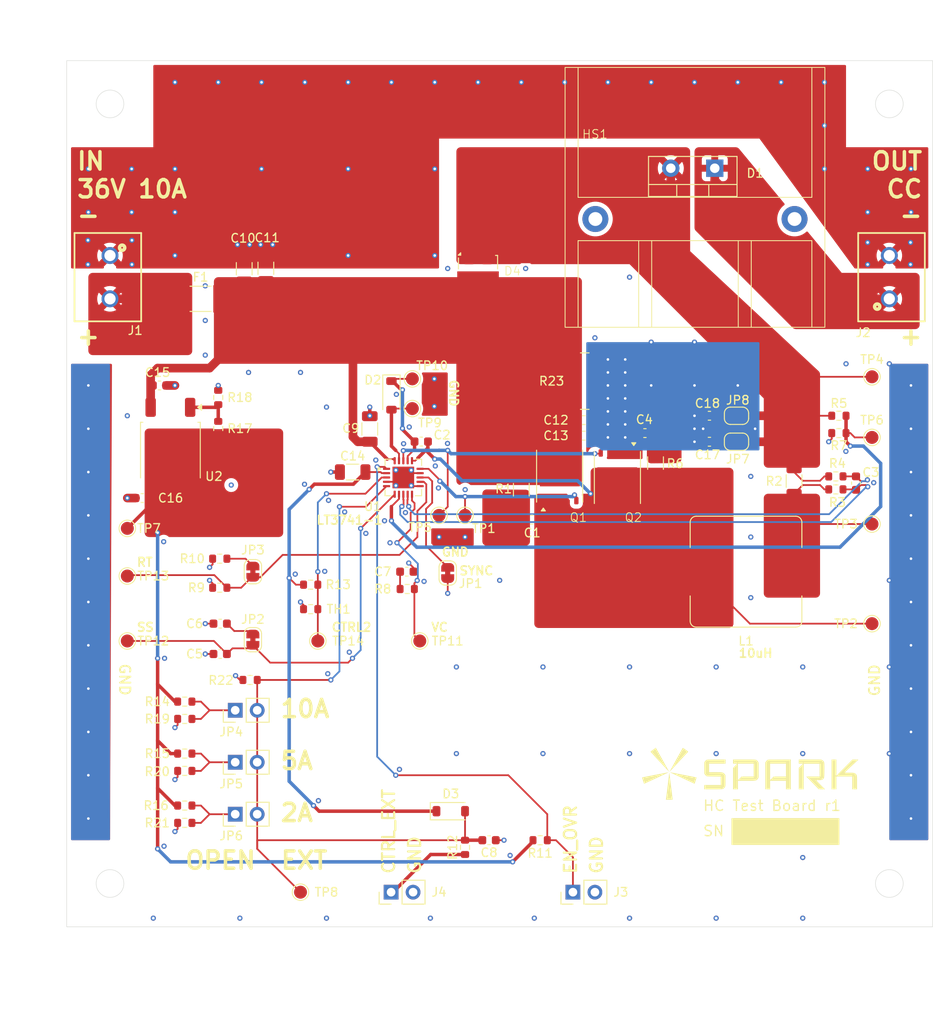
<source format=kicad_pcb>
(kicad_pcb (version 20241229) (generator "pcbnew") (generator_version "9.0")
  (layers (0 "F.Cu" signal) (4 "In1.Cu" signal) (6 "In2.Cu" signal) (2 "B.Cu" signal) (13 "F.Paste" user) (15 "B.Paste" user) (5 "F.SilkS" user "F.Silkscreen") (7 "B.SilkS" user "B.Silkscreen") (1 "F.Mask" user) (3 "B.Mask" user) (25 "Edge.Cuts" user))
  (net 0 "")
  (net 1 "GND")
  (net 2 "Net-(U1-FB)")
  (net 3 "/VREF")
  (net 4 "+36V")
  (net 5 "Net-(C1-Pad2)")
  (net 6 "Net-(U1-HG)")
  (net 7 "Net-(U1-SW)")
  (net 8 "Net-(U1-VC)")
  (net 9 "Net-(C4-Pad2)")
  (net 10 "/CTRL1")
  (net 11 "Net-(D2-A)")
  (net 12 "Net-(U1-LG)")
  (net 13 "/EN")
  (net 14 "/CTRL2")
  (net 15 "Net-(D2-K)")
  (net 16 "Net-(U2-ADJ)")
  (net 17 "+3V3")
  (net 18 "Net-(C7-Pad2)")
  (net 19 "Net-(D1-K)")
  (net 20 "Net-(D1-A)")
  (net 21 "Net-(J1-Pin_2)")
  (net 24 "/CTRL_RAW")
  (net 25 "Net-(JP4-A)")
  (net 26 "Net-(JP5-A)")
  (net 27 "Net-(JP6-A)")
  (net 28 "Net-(L1-Pad2)")
  (net 29 "Net-(JP2-A)")
  (net 30 "Net-(JP1-B)")
  (net 31 "Net-(JP2-B)")
  (net 32 "Net-(JP3-B)")
  (net 33 "Net-(JP3-A)")
  (net 34 "Net-(JP7-A)")
  (net 35 "Net-(JP8-A)")
  (net 36 "/SENSE-")
  (net 37 "/SENSE+")
  (footprint "Resistor_SMD:R_0603_1608Metric" (layer "F.Cu") (at 67.675 110.85 180)
    (property "Reference" "R9")
    (property "Value" "100k")
  )
  (footprint "TestPoint:TestPoint_Pad_D1.5mm" (layer "F.Cu") (at 77 146)
    (property "Reference" "TP8")
    (property "Value" "TestPoint" (hide yes))
  )
  (footprint "Capacitor_SMD:C_0603_1608Metric" (layer "F.Cu") (at 67.725 115)
    (property "Reference" "C6")
    (property "Value" "470p")
  )
  (footprint "Resistor_SMD:R_0603_1608Metric" (layer "F.Cu") (at 139.175 93 180)
    (property "Reference" "R7")
    (property "Value" "2.7k")
  )
  (footprint "Resistor_SMD:R_1206_3216Metric" (layer "F.Cu") (at 118 96.4625 90)
    (property "Reference" "R6")
    (property "Value" "1")
  )
  (footprint "Capacitor_SMD:C_0603_1608Metric" (layer "F.Cu") (at 103.725 103 180)
    (property "Reference" "C1")
    (property "Value" "1n")
  )
  (footprint "TestPoint:TestPoint_Pad_D1.5mm" (layer "F.Cu") (at 93 102.5)
    (property "Reference" "TP5")
    (property "Value" "TestPoint" (hide yes))
  )
  (footprint "TestPoint:TestPoint_Pad_D1.5mm" (layer "F.Cu") (at 143 86.5)
    (property "Reference" "TP4")
    (property "Value" "TestPoint" (hide yes))
  )
  (footprint "Resistor_SMD:R_0603_1608Metric" (layer "F.Cu") (at 63.635 126)
    (property "Reference" "R19")
    (property "Value" "2k")
  )
  (footprint "Capacitor_SMD:C_1206_3216Metric" (layer "F.Cu") (at 83.025 97.5)
    (property "Reference" "C14")
    (property "Value" "2.2u")
  )
  (footprint "Connector_PinHeader_2.54mm:PinHeader_1x02_P2.54mm_Vertical" (layer "F.Cu") (at 108.46 146 90)
    (property "Reference" "J3")
    (property "Value" "Conn_01x02_Pin")
  )
  (footprint "SparkAll:HS-P23D1.6" (layer "F.Cu") (at 122.555 65.786 180)
    (property "Reference" "HS1")
    (property "Value" "Heatsink_Pad_2Pin")
  )
  (footprint "Resistor_SMD:R_1225_3264Metric" (layer "F.Cu") (at 109.825 87)
    (property "Reference" "R23")
    (property "Value" "thermal")
  )
  (footprint "SparkAll:Infineon-TG-TDSON-8-NMOS" (layer "F.Cu") (at 106.95 97.3 90)
    (property "Reference" "Q1")
    (property "Value" "N-ch, Vds>=60V, low Qgs" (hide yes))
  )
  (footprint "Capacitor_SMD:C_0603_1608Metric" (layer "F.Cu") (at 60.725 87.5 180)
    (property "Reference" "C15")
    (property "Value" "0.1u")
  )
  (footprint "Capacitor_SMD:C_0603_1608Metric" (layer "F.Cu") (at 109.725 93.3 180)
    (property "Reference" "C13")
    (property "Value" "0.1u")
  )
  (footprint "Resistor_SMD:R_0603_1608Metric" (layer "F.Cu") (at 78.175 110.5)
    (property "Reference" "R13")
    (property "Value" "47k")
  )
  (footprint "Resistor_SMD:R_0603_1608Metric" (layer "F.Cu") (at 63.635 124)
    (property "Reference" "R14")
    (property "Value" "2.4k")
  )
  (footprint "Capacitor_SMD:C_1206_3216Metric" (layer "F.Cu") (at 73 73.975 -90)
    (property "Reference" "C11")
    (property "Value" "10u")
  )
  (footprint "SparkAll:Wurth_TerminalBlock_2pin_P5mm_691137710002" (layer "F.Cu") (at 55 75 -90)
    (property "Reference" "J1")
    (property "Value" "Screw_Terminal 2pin" (hide yes))
  )
  (footprint "SparkAll:Infineon-TG-TDSON-8-NMOS" (layer "F.Cu") (at 113.575 98.8 -90)
    (property "Reference" "Q2")
    (property "Value" "N-ch, Vds>=60V, low Rds" (hide yes))
  )
  (footprint "Resistor_SMD:R_0603_1608Metric" (layer "F.Cu") (at 138.825 99.5)
    (property "Reference" "R3")
    (property "Value" "10")
  )
  (footprint "Connector_PinHeader_2.54mm:PinHeader_1x02_P2.54mm_Vertical" (layer "F.Cu") (at 69.46 131 90)
    (property "Reference" "JP5")
    (property "Value" "~")
  )
  (footprint "Diode_SMD:D_SOD-123" (layer "F.Cu") (at 87.503 88.645 -90)
    (property "Reference" "D2")
    (property "Value" "100mA")
  )
  (footprint "Capacitor_SMD:C_0603_1608Metric" (layer "F.Cu") (at 89.275 109 180)
    (property "Reference" "C7")
    (property "Value" "4.7n")
  )
  (footprint "Diode_SMD:D_SOD-123" (layer "F.Cu") (at 94.35 136.65)
    (property "Reference" "D3")
    (property "Value" "D")
  )
  (footprint "Resistor_SMD:R_0603_1608Metric" (layer "F.Cu") (at 96 140.825 90)
    (property "Reference" "R12")
    (property "Value" "10k")
  )
  (footprint "Capacitor_SMD:C_0603_1608Metric" (layer "F.Cu") (at 67.725 118.5)
    (property "Reference" "C5")
    (property "Value" "1n")
  )
  (footprint "TestPoint:TestPoint_Pad_D1.5mm" (layer "F.Cu") (at 143 93.5)
    (property "Reference" "TP6")
    (property "Value" "TestPoint" (hide yes))
  )
  (footprint "TestPoint:TestPoint_Pad_D1.5mm" (layer "F.Cu") (at 143 103.5)
    (property "Reference" "TP3")
    (property "Value" "TestPoint" (hide yes))
  )
  (footprint "Resistor_SMD:R_0603_1608Metric" (layer "F.Cu") (at 78.175 113.325 180)
    (property "Reference" "TH1")
    (property "Value" "Thermistor_NTC")
  )
  (footprint "Connector_PinHeader_2.54mm:PinHeader_1x02_P2.54mm_Vertical" (layer "F.Cu") (at 87.46 146 90)
    (property "Reference" "J4")
    (property "Value" "Conn_01x02_Pin")
  )
  (footprint "Capacitor_SMD:C_0603_1608Metric" (layer "F.Cu") (at 124.225 91)
    (property "Reference" "C18")
    (property "Value" "10n")
  )
  (footprint "Capacitor_SMD:C_1206_3216Metric" (layer "F.Cu") (at 70.5 74.025 -90)
    (property "Reference" "C10")
    (property "Value" "10u")
  )
  (footprint "TestPoint:TestPoint_Pad_D1.5mm" (layer "F.Cu") (at 96 102.5)
    (property "Reference" "TP1")
    (property "Value" "TestPoint" (hide yes))
  )
  (footprint "Capacitor_SMD:C_0603_1608Metric" (layer "F.Cu") (at 116.775 93)
    (property "Reference" "C4")
    (property "Value" "1n")
  )
  (footprint "Resistor_SMD:R_0603_1608Metric" (layer "F.Cu") (at 138.825 98)
    (property "Reference" "R4")
    (property "Value" "10")
  )
  (footprint "Jumper:SolderJumper-2_P1.3mm_Bridged_RoundedPad1.0x1.5mm" (layer "F.Cu") (at 71.5 116.85 -90)
    (property "Reference" "JP2")
    (property "Value" "Jumper_2_Small_Bridged")
  )
  (footprint "Resistor_SMD:R_0603_1608Metric" (layer "F.Cu") (at 67.675 107.5 180)
    (property "Reference" "R10")
    (property "Value" "120k")
  )
  (footprint "Resistor_SMD:R_0603_1608Metric" (layer "F.Cu") (at 139.175 91)
    (property "Reference" "R5")
    (property "Value" "62k")
  )
  (footprint "Jumper:SolderJumper-2_P1.3mm_Bridged_RoundedPad1.0x1.5mm" (layer "F.Cu") (at 127.35 94)
    (property "Reference" "JP7")
    (property "Value" "Jumper_2_Small_Bridged")
  )
  (footprint "Fuse:Fuse_Littelfuse-NANO2-451_453" (layer "F.Cu") (at 65.455 77.5)
    (property "Reference" "F1")
    (property "Value" "10A")
  )
  (footprint "Capacitor_SMD:C_0603_1608Metric" (layer "F.Cu") (at 124.225 94)
    (property "Reference" "C17")
    (property "Value" "10n")
  )
  (footprint "LOGO" (layer "F.Cu") (at 128.9435 132.324)
    (property "Reference" "G***" (hide yes))
    (property "Value" "LOGO" (hide yes))
  )
  (footprint "Resistor_SMD:R_0603_1608Metric" (layer "F.Cu") (at 67.5 92.475 90)
    (property "Reference" "R17")
    (property "Value" "240")
  )
  (footprint "TestPoint:TestPoint_Pad_D1.5mm" (layer "F.Cu") (at 89.916 90.17)
    (property "Reference" "TP9")
    (property "Value" "TestPoint")
  )
  (footprint "TestPoint:TestPoint_Pad_D1.5mm" (layer "F.Cu") (at 89.916 86.741)
    (property "Reference" "TP10")
    (property "Value" "TestPoint")
  )
  (footprint "TestPoint:TestPoint_Pad_D1.5mm" (layer "F.Cu") (at 57 104)
    (property "Reference" "TP7")
    (property "Value" "TestPoint" (hide yes))
  )
  (footprint "Resistor_SMD:R_0603_1608Metric" (layer "F.Cu") (at 63.635 138)
    (property "Reference" "R21")
    (property "Value" "1.1k")
  )
  (footprint "Connector_PinHeader_2.54mm:PinHeader_1x02_P2.54mm_Vertical" (layer "F.Cu") (at 69.46 125 90)
    (property "Reference" "JP4")
    (property "Value" "~")
  )
  (footprint "TestPoint:TestPoint_Pad_D1.5mm" (layer "F.Cu") (at 57 109.5)
    (property "Reference" "TP13")
    (property "Value" "TestPoint")
  )
  (footprint "TestPoint:TestPoint_Pad_D1.5mm" (layer "F.Cu") (at 143 115)
    (property "Reference" "TP2")
    (property "Value" "TestPoint" (hide yes))
  )
  (footprint "Package_DFN_QFN:QFN-20-1EP_4x4mm_P0.5mm_EP2.5x2.5mm" (layer "F.Cu") (at 88.875 98.125)
    (property "Reference" "U1")
    (property "Value" "LT3741-1")
  )
  (footprint "Connector_PinHeader_2.54mm:PinHeader_1x02_P2.54mm_Vertical" (layer "F.Cu") (at 69.46 137 90)
    (property "Reference" "JP6")
    (property "Value" "~")
  )
  (footprint "TestPoint:TestPoint_Pad_D1.5mm" (layer "F.Cu") (at 90.775 117)
    (property "Reference" "TP11")
    (property "Value" "TestPoint")
  )
  (footprint "Jumper:SolderJumper-2_P1.3mm_Bridged_RoundedPad1.0x1.5mm" (layer "F.Cu") (at 127.35 91)
    (property "Reference" "JP8")
    (property "Value" "Jumper_2_Small_Bridged")
  )
  (footprint "Package_TO_SOT_SMD:TO-252-2" (layer "F.Cu") (at 61.975 95.065 -90)
    (property "Reference" "U2")
    (property "Value" "LM317_DPAK")
  )
  (footprint "Capacitor_SMD:C_0603_1608Metric" (layer "F.Cu") (at 141.15 98.775 -90)
    (property "Reference" "C3")
    (property "Value" "22n")
  )
  (footprint "Capacitor_SMD:C_0603_1608Metric" (layer "F.Cu") (at 58.725 100.5)
    (property "Reference" "C16")
    (property "Value" "0.1u")
  )
  (footprint "Capacitor_SMD:C_0603_1608Metric" (layer "F.Cu") (at 90.945 93.98 180)
    (property "Reference" "C2")
    (property "Value" "0.1u")
  )
  (footprint "Resistor_SMD:R_0603_1608Metric" (layer "F.Cu") (at 104.675 140)
    (property "Reference" "R11")
    (property "Value" "100k")
  )
  (footprint "Resistor_SMD:R_1206_3216Metric" (layer "F.Cu") (at 102.5 99.5375 -90)
    (property "Reference" "R1")
    (property "Value" "1")
  )
  (footprint "Resistor_SMD:R_0603_1608Metric" (layer "F.Cu") (at 63.635 136)
    (property "Reference" "R16")
    (property "Value" "11k")
  )
  (footprint "SparkAll:Wurth_TerminalBlock_2pin_P5mm_691137710002" (layer "F.Cu") (at 145 75 90)
    (property "Reference" "J2")
    (property "Value" "Screw_Terminal 2pin" (hide yes))
  )
  (footprint "Resistor_SMD:R_1206_3216Metric" (layer "F.Cu") (at 134 98.5375 90)
    (property "Reference" "R2")
    (property "Value" "5m")
  )
  (footprint "Jumper:SolderJumper-2_P1.3mm_Bridged_RoundedPad1.0x1.5mm" (layer "F.Cu") (at 71.5 109 -90)
    (property "Reference" "JP3")
    (property "Value" "Jumper_2_Small_Bridged")
  )
  (footprint "Resistor_SMD:R_0603_1608Metric" (layer "F.Cu") (at 71.175 121.5 180)
    (property "Reference" "R22")
    (property "Value" "1M")
  )
  (footprint "Capacitor_SMD:C_0603_1608Metric" (layer "F.Cu") (at 98.775 140 180)
    (property "Reference" "C8")
    (property "Value" "10n")
  )
  (footprint "Resistor_SMD:R_0603_1608Metric" (layer "F.Cu") (at 63.635 132)
    (property "Reference" "R20")
    (property "Value" "1.5k")
  )
  (footprint "Resistor_SMD:R_0603_1608Metric" (layer "F.Cu") (at 89.325 111 180)
    (property "Reference" "R8")
    (property "Value" "33k")
  )
  (footprint "TestPoint:TestPoint_Pad_D1.5mm" (layer "F.Cu") (at 57 117)
    (property "Reference" "TP12")
    (property "Value" "TestPoint")
  )
  (footprint "SparkAll:TO-227A-2P" (layer "F.Cu") (at 97.5 73.15)
    (property "Reference" "D4")
    (property "Value" "Ipeak>10A")
  )
  (footprint "Package_TO_SOT_THT:TO-220-2_Vertical" (layer "F.Cu") (at 124.841 62.423 180)
    (property "Reference" "D1")
    (property "Value" "120V 10A")
  )
  (footprint "Resistor_SMD:R_0603_1608Metric" (layer "F.Cu") (at 67.5 88.89 90)
    (property "Reference" "R18")
    (property "Value" "390")
  )
  (footprint "Resistor_SMD:R_0603_1608Metric" (layer "F.Cu") (at 63.635 130)
    (property "Reference" "R15")
    (property "Value" "5.1k")
  )
  (footprint "Jumper:SolderJumper-2_P1.3mm_Bridged_RoundedPad1.0x1.5mm" (layer "F.Cu") (at 94 109.15 90)
    (property "Reference" "JP1")
    (property "Value" "Jumper_2_Small_Bridged")
  )
  (footprint "Capacitor_SMD:C_0603_1608Metric" (layer "F.Cu") (at 109.725 91.5 180)
    (property "Reference" "C12")
    (property "Value" "0.1u")
  )
  (footprint "Capacitor_SMD:C_1206_3216Metric" (layer "F.Cu") (at 85 92.525 -90)
    (property "Reference" "C9")
    (property "Value" "1u")
  )
  (footprint "Inductor_SMD:L_Bourns_SRP1245A" (layer "F.Cu") (at 128.45 109)
    (property "Reference" "L1")
    (property "Value" "10u")
  )
  (footprint "TestPoint:TestPoint_Pad_D1.5mm" (layer "F.Cu") (at 79 117)
    (property "Reference" "TP14")
    (property "Value" "TestPoint")
  )
  (gr_rect (start 126.8175 137.5) (end 139.1825 140.5) (stroke (width 0.1)) (fill yes) (layer "F.SilkS"))
  (gr_circle (center 145 145) (end 146.6 145) (stroke (width 0.05)) (fill no) (layer "Edge.Cuts"))
  (gr_circle (center 55 145) (end 56.6 145) (stroke (width 0.05)) (fill no) (layer "Edge.Cuts"))
  (gr_circle (center 55 55) (end 56.6 55) (stroke (width 0.05)) (fill no) (layer "Edge.Cuts"))
  (gr_circle (center 145 55) (end 146.6 55) (stroke (width 0.05)) (fill no) (layer "Edge.Cuts"))
  (gr_rect (start 50 50) (end 150 150) (stroke (width 0.05)) (fill no) (layer "Edge.Cuts"))
  (gr_text "GND" (at 144 123.5 90) (layer "F.SilkS") (effects (font (size 1.2 1.2) (thickness 0.2)) (justify left bottom)))
  (gr_text "GND" (at 56 119.5 270) (layer "F.SilkS") (effects (font (size 1.2 1.2) (thickness 0.2)) (justify left bottom)))
  (gr_text "GND" (at 93.218 107.315 0) (layer "F.SilkS") (effects (font (size 1 1) (thickness 0.2)) (justify left bottom)))
  (gr_text "+" (at 149 83 0) (layer "F.SilkS") (effects (font (size 2 2) (thickness 0.4) (bold yes)) (justify right bottom)))
  (gr_text "SS" (at 58 116 0) (layer "F.SilkS") (effects (font (size 1 1) (thickness 0.2) (bold yes)) (justify left bottom)))
  (gr_text "CTRL2" (at 80.5 116 0) (layer "F.SilkS") (effects (font (size 1 1) (thickness 0.2) (bold yes)) (justify left bottom)))
  (gr_text "OUT\nCC" (at 149 66 0) (layer "F.SilkS") (effects (font (size 2 2) (thickness 0.4) (bold yes)) (justify right bottom)))
  (gr_text "10A" (at 74.5 126 0) (layer "F.SilkS") (effects (font (size 2 2) (thickness 0.4) (bold yes)) (justify left bottom)))
  (gr_text "HC Test Board r1" (at 123.4115 136.714 0) (layer "F.SilkS") (effects (font (size 1.2 1.2)) (justify left bottom)))
  (gr_text "GND" (at 91 144 90) (layer "F.SilkS") (effects (font (size 1.4 1.4) (thickness 0.25)) (justify left bottom)))
  (gr_text "RT" (at 58 108.5 0) (layer "F.SilkS") (effects (font (size 1 1) (thickness 0.2) (bold yes)) (justify left bottom)))
  (gr_text "10uH" (at 127.5 119 0) (layer "F.SilkS") (effects (font (size 1 1) (thickness 0.2) (bold yes)) (justify left bottom)))
  (gr_text "OPEN  EXT" (at 63.5 143.5 0) (layer "F.SilkS") (effects (font (size 2 2) (thickness 0.4) (bold yes)) (justify left bottom)))
  (gr_text "CTRL_EXT" (at 88 144 90) (layer "F.SilkS") (effects (font (size 1.4 1.4) (thickness 0.25)) (justify left bottom)))
  (gr_text "VC" (at 92 116 0) (layer "F.SilkS") (effects (font (size 1 1) (thickness 0.2) (bold yes)) (justify left bottom)))
  (gr_text "LT3741-1" (at 78.74 103.632 0) (layer "F.SilkS") (effects (font (size 1 1) (thickness 0.2) (bold yes)) (justify left bottom)))
  (gr_text "SN" (at 123.4115 139.635 0) (layer "F.SilkS") (effects (font (size 1.2 1.2)) (justify left bottom)))
  (gr_text "5A" (at 74.5 132 0) (layer "F.SilkS") (effects (font (size 2 2) (thickness 0.4) (bold yes)) (justify left bottom)))
  (gr_text "IN\n36V 10A" (at 51 66 0) (layer "F.SilkS") (effects (font (size 2 2) (thickness 0.4) (bold yes)) (justify left bottom)))
  (gr_text "EN_OVR" (at 109 144 90) (layer "F.SilkS") (effects (font (size 1.4 1.4) (thickness 0.25)) (justify left bottom)))
  (gr_text "-" (at 149 69 0) (layer "F.SilkS") (effects (font (size 2 2) (thickness 0.4) (bold yes)) (justify right bottom)))
  (gr_text "-" (at 51 69 0) (layer "F.SilkS") (effects (font (size 2 2) (thickness 0.4) (bold yes)) (justify left bottom)))
  (gr_text "GND" (at 112 144 90) (layer "F.SilkS") (effects (font (size 1.4 1.4) (thickness 0.25)) (justify left bottom)))
  (gr_text "GND" (at 94.107 86.741 270) (layer "F.SilkS") (effects (font (size 1 1) (thickness 0.2)) (justify left bottom)))
  (gr_text "SYNC" (at 95.25 109.474 0) (layer "F.SilkS") (effects (font (size 1 1) (thickness 0.2) (bold yes)) (justify left bottom)))
  (gr_text "+" (at 51 83 0) (layer "F.SilkS") (effects (font (size 2 2) (thickness 0.4) (bold yes)) (justify left bottom)))
  (gr_text "2A" (at 74.5 138 0) (layer "F.SilkS") (effects (font (size 2 2) (thickness 0.4) (bold yes)) (justify left bottom)))
  (segment (start 66.95 115) (end 66 115) (width 0.2) (layer "F.Cu") (net 1))
  (segment (start 57.95 100.5) (end 57 100.5) (width 1) (layer "F.Cu") (net 1))
  (segment (start 85 91) (end 85 90) (width 0.4) (layer "F.Cu") (net 1))
  (segment (start 70.35 121.5) (end 70 121.5) (width 0.2) (layer "F.Cu") (net 1))
  (segment (start 66.85 110.85) (end 66.85 110.35) (width 0.2) (layer "F.Cu") (net 1))
  (segment (start 94 109.8) (end 94 111.5) (width 0.2) (layer "F.Cu") (net 1))
  (segment (start 138.35 93) (end 138.35 93.65) (width 0.2) (layer "F.Cu") (net 1))
  (segment (start 81.55 97.5) (end 80.5 97.5) (width 0.4) (layer "F.Cu") (net 1))
  (segment (start 85 91.05) (end 85 91) (width 0.4) (layer "F.Cu") (net 1))
  (segment (start 66.5 108.5) (end 66.85 108.15) (width 0.2) (layer "F.Cu") (net 1))
  (segment (start 66.85 108.15) (end 66.85 107.85) (width 0.2) (layer "F.Cu") (net 1))
  (segment (start 62.81 126) (end 62.81 126.69) (width 0.2) (layer "F.Cu") (net 1))
  (segment (start 89.375 97.625) (end 90.8125 97.625) (width 0.2) (layer "F.Cu") (net 1))
  (segment (start 62.81 126.69) (end 62.5 127) (width 0.2) (layer "F.Cu") (net 1))
  (segment (start 77.35 112.85) (end 77 112.5) (width 0.2) (layer "F.Cu") (net 1))
  (segment (start 66.85 110.35) (end 66.5 110) (width 0.2) (layer "F.Cu") (net 1))
  (segment (start 90.05 108.55) (end 89.5 108) (width 0.2) (layer "F.Cu") (net 1))
  (segment (start 89.875 99.125) (end 90.8125 99.125) (width 0.2) (layer "F.Cu") (net 1))
  (segment (start 88.875 98.125) (end 89.375 97.625) (width 0.2) (layer "F.Cu") (net 1))
  (segment (start 67.5 88.065) (end 67.5 87.5) (width 0.4) (layer "F.Cu") (net 1))
  (segment (start 99.55 140) (end 100.5 140) (width 0.2) (layer "F.Cu") (net 1))
  (segment (start 90.05 109) (end 90.05 108.55) (width 0.2) (layer "F.Cu") (net 1))
  (segment (start 88.375 98.625) (end 86.9375 98.625) (width 0.2) (layer "F.Cu") (net 1))
  (segment (start 70 121.5) (end 69.5 121) (width 0.2) (layer "F.Cu") (net 1))
  (segment (start 62.81 138.69) (end 62.5 139) (width 0.2) (layer "F.Cu") (net 1))
  (segment (start 62.81 138) (end 63 138) (width 0.2) (layer "F.Cu") (net 1))
  (segment (start 138.35 93.65) (end 138 94) (width 0.2) (layer "F.Cu") (net 1))
  (segment (start 62.81 138) (end 62.81 138.69) (width 0.2) (layer "F.Cu") (net 1))
  (segment (start 66.95 118.5) (end 66 118.5) (width 0.2) (layer "F.Cu") (net 1))
  (segment (start 62.81 132.69) (end 62.5 133) (width 0.2) (layer "F.Cu") (net 1))
  (segment (start 62.81 132) (end 62.81 132.69) (width 0.2) (layer "F.Cu") (net 1))
  (segment (start 88.875 98.125) (end 88.375 98.625) (width 0.2) (layer "F.Cu") (net 1))
  (segment (start 61.5 87.5) (end 62.5 87.5) (width 1) (layer "F.Cu") (net 1))
  (segment (start 77.35 113.325) (end 77.35 112.85) (width 0.2) (layer "F.Cu") (net 1))
  (segment (start 88.875 98.125) (end 89.875 99.125) (width 0.2) (layer "F.Cu") (net 1))
  (via (at 145 85) (size 0.6) (drill 0.3) (layers "F.Cu" "B.Cu") (net 1))
  (via (at 95 130) (size 0.6) (drill 0.3) (layers "F.Cu" "B.Cu") (net 1))
  (via (at 112.5 87.5) (size 0.6) (drill 0.3) (layers "F.Cu" "B.Cu") (net 1))
  (via (at 62.5 62.5) (size 0.6) (drill 0.3) (layers "F.Cu" "B.Cu") (net 1))
  (via (at 77.5 52.5) (size 0.6) (drill 0.3) (layers "F.Cu" "B.Cu") (net 1))
  (via (at 127.5 52.5) (size 0.6) (drill 0.3) (layers "F.Cu" "B.Cu") (net 1))
  (via (at 80.149752 120.780743) (size 0.6) (drill 0.3) (layers "F.Cu" "B.Cu") (net 1))
  (via (at 57.5 62.5) (size 0.6) (drill 0.3) (layers "F.Cu" "B.Cu") (net 1))
  (via (at 135 149) (size 0.6) (drill 0.3) (layers "F.Cu" "B.Cu") (net 1))
  (via (at 79.067399 135.43603) (size 0.6) (drill 0.3) (layers "F.Cu" "B.Cu") (net 1))
  (via (at 104 149) (size 0.6) (drill 0.3) (layers "F.Cu" "B.Cu") (net 1))
  (via (at 135 130) (size 0.6) (drill 0.3) (layers "F.Cu" "B.Cu") (net 1))
  (via (at 92.456 89.916) (size 0.6) (drill 0.3) (layers "F.Cu" "B.Cu") (net 1))
  (via (at 66.5 110) (size 0.6) (drill 0.3) (layers "F.Cu" "B.Cu") (net 1))
  (via (at 82.5 72.5) (size 0.6) (drill 0.3) (layers "F.Cu" "B.Cu") (net 1))
  (via (at 61.2 105.537) (size 0.6) (drill 0.3) (layers "F.Cu" "B.Cu") (net 1))
  (via (at 77 86) (size 0.6) (drill 0.3) (layers "F.Cu" "B.Cu") (net 1))
  (via (at 89.5 108) (size 0.6) (drill 0.3) (layers "F.Cu" "B.Cu") (net 1))
  (via (at 122.5 91) (size 0.6) (drill 0.3) (layers "F.Cu" "B.Cu") (net 1))
  (via (at 112.5 89) (size 0.6) (drill 0.3) (layers "F.Cu" "B.Cu") (net 1))
  (via (at 101.204212 141.756687) (size 0.6) (drill 0.3) (layers "F.Cu" "B.Cu") (net 1))
  (via (at 93.97901 94.196273) (size 0.6) (drill 0.3) (layers "F.Cu" "B.Cu") (net 1))
  (via (at 76.392 109.284238) (size 0.6) (drill 0.3) (layers "F.Cu" "B.Cu") (net 1))
  (via (at 115 75) (size 0.6) (drill 0.3) (layers "F.Cu" "B.Cu") (net 1))
  (via (at 103 74) (size 0.6) (drill 0.3) (layers "F.Cu" "B.Cu") (net 1))
  (via (at 92.5 72.5) (size 0.6) (drill 0.3) (layers "F.Cu" "B.Cu") (net 1))
  (via (at 129.5 92.5) (size 0.6) (drill 0.3) (layers "F.Cu" "B.Cu") (net 1))
  (via (at 129 105) (size 0.6) (drill 0.3) (layers "F.Cu" "B.Cu") (net 1))
  (via (at 66 115) (size 0.6) (drill 0.3) (layers "F.Cu" "B.Cu") (net 1))
  (via (at 112.5 90.5) (size 0.6) (drill 0.3) (layers "F.Cu" "B.Cu") (net 1))
  (via (at 147.5 62.5) (size 0.6) (drill 0.3) (layers "F.Cu" "B.Cu") (net 1))
  (via (at 145 110) (size 0.6) (drill 0.3) (layers "F.Cu" "B.Cu") (net 1))
  (via (at 139.983742 95.111132) (size 0.6) (drill 0.3) (layers "F.Cu" "B.Cu") (net 1))
  (via (at 72.5 52.5) (size 0.6) (drill 0.3) (layers "F.Cu" "B.Cu") (net 1))
  (via (at 57.531 73.533) (size 0.6) (drill 0.3) (layers "F.Cu" "B.Cu") (net 1))
  (via (at 66 118.5) (size 0.6) (drill 0.3) (layers "F.Cu" "B.Cu") (net 1))
  (via (at 107.5 52.5) (size 0.6) (drill 0.3) (layers "F.Cu" "B.Cu") (net 1))
  (via (at 135 142) (size 0.6) (drill 0.3) (layers "F.Cu" "B.Cu") (net 1))
  (via (at 112.5 93.5) (size 0.6) (drill 0.3) (layers "F.Cu" "B.Cu") (net 1))
  (via (at 100 110) (size 0.6) (drill 0.3) (layers "F.Cu" "B.Cu") (net 1))
  (via (at 96 105) (size 0.6) (drill 0.3) (layers "F.Cu" "B.Cu") (net 1))
  (via (at 147.5 132.5) (size 0.6) (drill 0.3) (layers "F.Cu" "B.Cu") (net 1))
  (via (at 114.5 93.5) (size 0.6) (drill 0.3) (layers "F.Cu" "B.Cu") (net 1))
  (via (at 115 149) (size 0.6) (drill 0.3) (layers "F.Cu" "B.Cu") (net 1))
  (via (at 52.5 117.5) (size 0.6) (drill 0.3) (layers "F.Cu" "B.Cu") (net 1))
  (via (at 147.5 107.5) (size 0.6) (drill 0.3) (layers "F.Cu" "B.Cu") (net 1))
  (via (at 89.789 99.06) (size 0.6) (drill 0.3) (layers "F.Cu" "B.Cu") (net 1))
  (via (at 147.5 127.5) (size 0.6) (drill 0.3) (layers "F.Cu" "B.Cu") (net 1))
  (via (at 57 91) (size 0.6) (drill 0.3) (layers "F.Cu" "B.Cu") (net 1))
  (via (at 92.565818 96.797288) (size 0.6) (drill 0.3) (layers "F.Cu" "B.Cu") (net 1))
  (via (at 92 149) (size 0.6) (drill 0.3) (layers "F.Cu" "B.Cu") (net 1))
  (via (at 117.5 87.5) (size 0.6) (drill 0.3) (layers "F.Cu" "B.Cu") (net 1))
  (via (at 72.39 71.247) (size 0.6) (drill 0.3) (layers "F.Cu" "B.Cu") (net 1))
  (via (at 94 74) (size 0.6) (drill 0.3) (layers "F.Cu" "B.Cu") (net 1))
  (via (at 125 120) (size 0.6) (drill 0.3) (layers "F.Cu" "B.Cu") (net 1))
  (via (at 52.5 67.5) (size 0.6) (drill 0.3) (layers "F.Cu" "B.Cu") (net 1))
  (via (at 52.5 132.5) (size 0.6) (drill 0.3) (layers "F.Cu" "B.Cu") (net 1))
  (via (at 52.5 97.5) (size 0.6) (drill 0.3) (layers "F.Cu" "B.Cu") (net 1))
  (via (at 132.5 52.5) (size 0.6) (drill 0.3) (layers "F.Cu" "B.Cu") (net 1))
  (via (at 142.5 62.5) (size 0.6) (drill 0.3) (layers "F.Cu" "B.Cu") (net 1))
  (via (at 52.451 73.533) (size 0.6) (drill 0.3) (layers "F.Cu" "B.Cu") (net 1))
  (via (at 62.5 72.5) (size 0.6) (drill 0.3) (layers "F.Cu" "B.Cu") (net 1))
  (via (at 147.5 112.5) (size 0.6) (drill 0.3) (layers "F.Cu" "B.Cu") (net 1))
  (via (at 80.236834 100.764143) (size 0.6) (drill 0.3) (layers "F.Cu" "B.Cu") (net 1))
  (via (at 97.5 52.5) (size 0.6) (drill 0.3) (layers "F.Cu" "B.Cu") (net 1))
  (via (at 52.5 87.5) (size 0.6) (drill 0.3) (layers "F.Cu" "B.Cu") (net 1))
  (via (at 77 112.5) (size 0.6) (drill 0.3) (layers "F.Cu" "B.Cu") (net 1))
  (via (at 84.547 104.578687) (size 0.6) (drill 0.3) (layers "F.Cu" "B.Cu") (net 1))
  (via (at 147.5 92.5) (size 0.6) (drill 0.3) (layers "F.Cu" "B.Cu") (net 1))
  (via (at 114.5 84.5) (size 0.6) (drill 0.3) (layers "F.Cu" "B.Cu") (net 1))
  (via (at 52.5 127.5) (size 0.6) (drill 0.3) (layers "F.Cu" "B.Cu") (net 1))
  (via (at 114.5 86) (size 0.6) (drill 0.3) (layers "F.Cu" "B.Cu") (net 1))
  (via (at 122.5 92.5) (size 0.6) (drill 0.3) (layers "F.Cu" "B.Cu") (net 1))
  (via (at 96.015115 99.530141) (size 0.6) (drill 0.3) (layers "F.Cu" "B.Cu") (net 1))
  (via (at 140 85) (size 0.6) (drill 0.3) (layers "F.Cu" "B.Cu") (net 1))
  (via (at 105 130) (size 0.6) (drill 0.3) (layers "F.Cu" "B.Cu") (net 1))
  (via (at 112.5 86) (size 0.6) (drill 0.3) (layers "F.Cu" "B.Cu") (net 1))
  (via (at 52.5 92.5) (size 0.6) (drill 0.3) (layers "F.Cu" "B.Cu") (net 1))
  (via (at 62.5 133) (size 0.6) (drill 0.3) (layers "F.Cu" "B.Cu") (net 1))
  (via (at 82.5 62.5) (size 0.6) (drill 0.3) (layers "F.Cu" "B.Cu") (net 1))
  (via (at 57.531 70.739) (size 0.6) (drill 0.3) (layers "F.Cu" "B.Cu") (net 1))
  (via (at 147.5 122.5) (size 0.6) (drill 0.3) (layers "F.Cu" "B.Cu") (net 1))
  (via (at 52.5 112.5) (size 0.6) (drill 0.3) (layers "F.Cu" "B.Cu") (net 1))
  (via (at 125 149) (size 0.6) (drill 0.3) (layers "F.Cu" "B.Cu") (net 1))
  (via (at 142.5 67.5) (size 0.6) (drill 0.3) (layers "F.Cu" "B.Cu") (net 1))
  (via (at 57 100.5) (size 0.6) (drill 0.3) (layers "F.Cu" "B.Cu") (net 1))
  (via (at 115 120) (size 0.6) (drill 0.3) (layers "F.Cu" "B.Cu") (net 1))
  (via (at 129 98) (size 0.6) (drill 0.3) (layers "F.Cu" "B.Cu") (net 1))
  (via (at 69.5 121) (size 0.6) (drill 0.3) (layers "F.Cu" "B.Cu") (net 1))
  (via (at 93 105) (size 0.6) (drill 0.3) (layers "F.Cu" "B.Cu") (net 1))
  (via (at 70 149) (size 0.6) (drill 0.3) (layers "F.Cu" "B.Cu") (net 1))
  (via (at 147.5 67.5) (size 0.6) (drill 0.3) (layers "F.Cu" "B.Cu") (net 1))
  (via (at 77.464534 98.905626) (size 0.6) (drill 0.3) (layers "F.Cu" "B.Cu") (net 1))
  (via (at 147.5 97.5) (size 0.6) (drill 0.3) (layers "F.Cu" "B.Cu") (net 1))
  (via (at 66 76) (size 0.6) (drill 0.3) (layers "F.Cu" "B.Cu") (net 1))
  (via (at 115 130) (size 0.6) (drill 0.3) (layers "F.Cu" "B.Cu") (net 1))
  (via (at 87.5 52.5) (size 0.6) (drill 0.3) (layers "F.Cu" "B.Cu") (net 1))
  (via (at 66 80) (size 0.6) (drill 0.3) (layers "F.Cu" "B.Cu") (net 1))
  (via (at 80.5 97.5) (size 0.6) (drill 0.3) (layers "F.Cu" "B.Cu") (net 1))
  (via (at 82.5 52.5) (size 0.6) (drill 0.3) (layers "F.Cu" "B.Cu") (net 1))
  (via (at 61.237817 140.69076) (size 0.6) (drill 0.3) (layers "F.Cu" "B.Cu") (net 1))
  (via (at 85.694869 96.115581) (size 0.6) (drill 0.3) (layers "F.Cu" "B.Cu") (net 1))
  (via (at 52.5 107.5) (size 0.6) (drill 0.3) (layers "F.Cu" "B.Cu") (net 1))
  (via (at 92.929 99.335428) (size 0.6) (drill 0.3) (layers "F.Cu" "B.Cu") (net 1))
  (via (at 125 130) (size 0.6) (drill 0.3) (layers "F.Cu" "B.Cu") (net 1))
  (via (at 89.557467 92.299107) (size 0.6) (drill 0.3) (layers "F.Cu" "B.Cu") (net 1))
  (via (at 66.5 108.5) (size 0.6) (drill 0.3) (layers "F.Cu" "B.Cu") (net 1))
  (via (at 117.5 52.5) (size 0.6) (drill 0.3) (layers "F.Cu" "B.Cu") (net 1))
  (via (at 102.5 52.5) (size 0.6) (drill 0.3) (layers "F.Cu" "B.Cu") (net 1))
  (via (at 89.119 102.176449) (size 0.6) (drill 0.3) (layers "F.Cu" "B.Cu") (net 1))
  (via (at 137.5 57.5) (size 0.6) (drill 0.3) (layers "F.Cu" "B.Cu") (net 1))
  (via (at 147.447 70.993) (size 0.6) (drill 0.3) (layers "F.Cu" "B.Cu") (net 1))
  (via (at 67.5 52.5) (size 0.6) (drill 0.3) (layers "F.Cu" "B.Cu") (net 1))
  (via (at 85 91) (size 0.6) (drill 0.3) (layers "F.Cu" "B.Cu") (net 1))
  (via (at 69 99) (size 0.6) (drill 0.3) (layers "F.Cu" "B.Cu") (net 1))
  (via (at 67.5 87.5) (size 0.6) (drill 0.3) (layers "F.Cu" "B.Cu") (net 1))
  (via (at 61.300002 118.998857) (size 0.6) (drill 0.3) (layers "F.Cu" "B.Cu") (net 1))
  (via (at 114.5 90.5) (size 0.6) (drill 0.3) (layers "F.Cu" "B.Cu") (net 1))
  (via (at 60 149) (size 0.6) (drill 0.3) (layers "F.Cu" "B.Cu") (net 1))
  (via (at 52.5 62.5) (size 0.6) (drill 0.3) (layers "F.Cu" "B.Cu") (net 1))
  (via (at 127.5 87.5) (size 0.6) (drill 0.3) (layers "F.Cu" "B.Cu") (net 1))
  (via (at 52.451 70.739) (size 0.6) (drill 0.3) (layers "F.Cu" "B.Cu") (net 1))
  (via (at 79.798836 108.95682) (size 0.6) (drill 0.3) (layers "F.Cu" "B.Cu") (net 1))
  (via (at 138 94) (size 0.6) (drill 0.3) (layers "F.Cu" "B.Cu") (net 1))
  (via (at 91.267447 110.120015) (size 0.6) (drill 0.3) (layers "F.Cu" "B.Cu") (net 1))
  (via (at 111 82) (size 0.6) (drill 0.3) (layers "F.Cu" "B.Cu") (net 1))
  (via (at 122.5 82.5) (size 0.6) (drill 0.3) (layers "F.Cu" "B.Cu") (net 1))
  (via (at 145 130) (size 0.6) (drill 0.3) (layers "F.Cu" "B.Cu") (net 1))
  (via (at 88.905033 94.227034) (size 0.6) (drill 0.3) (layers "F.Cu" "B.Cu") (net 1))
  (via (at 145 120) (size 0.6) (drill 0.3) (layers "F.Cu" "B.Cu") (net 1))
  (via (at 88.011 99.06) (size 0.6) (drill 0.3) (layers "F.Cu" "B.Cu") (net 1))
  (via (at 142.494 73.533) (size 0.6) (drill 0.3) (layers "F.Cu" "B.Cu") (net 1))
  (via (at 147.5 102.5) (size 0.6) (drill 0.3) (layers "F.Cu" "B.Cu") (net 1))
  (via (at 95 120) (size 0.6) (drill 0.3) (layers "F.Cu" "B.Cu") (net 1))
  (via (at 86.702997 103.124) (size 0.6) (drill 0.3) (layers "F.Cu" "B.Cu") (net 1))
  (via (at 135 120) (size 0.6) (drill 0.3) (layers "F.Cu" "B.Cu") (net 1))
  (via (at 122.5 52.5) (size 0.6) (drill 0.3) (layers "F.Cu" "B.Cu") (net 1))
  (via (at 147.5 137.5) (size 0.6) (drill 0.3) (layers "F.Cu" "B.Cu") (net 1))
  (via (at 137.5 62.5) (size 0.6) (drill 0.3) (layers "F.Cu" "B.Cu") (net 1))
  (via (at 147.5 117.5) (size 0.6) (drill 0.3) (layers "F.Cu" "B.Cu") (net 1))
  (via (at 52.5 102.5) (size 0.6) (drill 0.3) (layers "F.Cu" "B.Cu") (net 1))
  (via (at 114.5 87.5) (size 0.6) (drill 0.3) (layers "F.Cu" "B.Cu") (net 1))
  (via (at 142.494 70.993) (size 0.6) (drill 0.3) (layers "F.Cu" "B.Cu") (net 1))
  (via (at 71 86) (size 0.6) (drill 0.3) (layers "F.Cu" "B.Cu") (net 1))
  (via (at 69.723 71.247) (size 0.6) (drill 0.3) (layers "F.Cu" "B.Cu") (net 1))
  (via (at 85 90) (size 0.6) (drill 0.3) (layers "F.Cu" "B.Cu") (net 1))
  (via (at 62.5 139) (size 0.6) (drill 0.3) (layers "F.Cu" "B.Cu") (net 1))
  (via (at 92.5 62.5) (size 0.6) (drill 0.3) (layers "F.Cu" "B.Cu") (net 1))
  (via (at 114.5 92) (size 0.6) (drill 0.3) (layers "F.Cu" "B.Cu") (net 1))
  (via (at 129 112) (size 0.6) (drill 0.3) (layers "F.Cu" "B.Cu") (net 1))
  (via (at 100.5 140) (size 0.6) (drill 0.3) (layers "F.Cu" "B.Cu") (net 1))
  (via (at 73.787 71.247) (size 0.6) (drill 0.3) (layers "F.Cu" "B.Cu") (net 1))
  (via (at 122.5 87.5) (size 0.6) (drill 0.3) (layers "F.Cu" "B.Cu") (net 1))
  (via (at 71.12 71.247) (size 0.6) (drill 0.3) (layers "F.Cu" "B.Cu") (net 1))
  (via (at 80 90) (size 0.6) (drill 0.3) (layers "F.Cu" "B.Cu") (net 1))
  (via (at 123.5 92.5) (size 0.6) (drill 0.3) (layers "F.Cu" "B.Cu") (net 1))
  (via (at 62.5 127) (size 0.6) (drill 0.3) (layers "F.Cu" "B.Cu") (net 1))
  (via (at 147.5 87.5) (size 0.6) (drill 0.3) (layers "F.Cu" "B.Cu") (net 1))
  (via (at 122.5 94) (size 0.6) (drill 0.3) (layers "F.Cu" "B.Cu") (net 1))
  (via (at 112.5 52.5) (size 0.6) (drill 0.3) (layers "F.Cu" "B.Cu") (net 1))
  (via (at 94 111.5) (size 0.6) (drill 0.3) (layers "F.Cu" "B.Cu") (net 1))
  (via (at 114.5 89) (size 0.6) (drill 0.3) (layers "F.Cu" "B.Cu") (net 1))
  (via (at 52.5 137.5) (size 0.6) (drill 0.3) (layers "F.Cu" "B.Cu") (net 1))
  (via (at 88.011 97.282) (size 0.6) (drill 0.3) (layers "F.Cu" "B.Cu") (net 1))
  (via (at 117.5 82.5) (size 0.6) (drill 0.3) (layers "F.Cu" "B.Cu") (net 1))
  (via (at 87.337997 105.664) (size 0.6) (drill 0.3) (layers "F.Cu" "B.Cu") (net 1))
  (via (at 143.197406 98.726767) (size 0.6) (drill 0.3) (layers "F.Cu" "B.Cu") (net 1))
  (via (at 147.447 73.533) (size 0.6) (drill 0.3) (layers "F.Cu" "B.Cu") (net 1))
  (via (at 80 149) (size 0.6) (drill 0.3) (layers "F.Cu" "B.Cu") (net 1))
  (via (at 62.5 67.5) (size 0.6) (drill 0.3) (layers "F.Cu" "B.Cu") (net 1))
  (via (at 88.073 88.529381) (size 0.6) (drill 0.3) (layers "F.Cu" "B.Cu") (net 1))
  (via (at 89.789 97.282) (size 0.6) (drill 0.3) (layers "F.Cu" "B.Cu") (net 1))
  (via (at 92.5 52.5) (size 0.6) (drill 0.3) (layers "F.Cu" "B.Cu") (net 1))
  (via (at 105 120) (size 0.6) (drill 0.3) (layers "F.Cu" "B.Cu") (net 1))
  (via (at 62.5 52.5) (size 0.6) (drill 0.3) (layers "F.Cu" "B.Cu") (net 1))
  (via (at 72.5 62.5) (size 0.6) (drill 0.3) (layers "F.Cu" "B.Cu") (net 1))
  (via (at 66 84) (size 0.6) (drill 0.3) (layers "F.Cu" "B.Cu") (net 1))
  (via (at 137.5 52.5) (size 0.6) (drill 0.3) (layers "F.Cu" "B.Cu") (net 1))
  (via (at 57.5 67.5) (size 0.6) (drill 0.3) (layers "F.Cu" "B.Cu") (net 1))
  (via (at 52.5 122.5) (size 0.6) (drill 0.3) (layers "F.Cu" "B.Cu") (net 1))
  (via (at 82.634794 118.288222) (size 0.6) (drill 0.3) (layers "F.Cu" "B.Cu") (net 1))
  (via (at 62.5 87.5) (size 0.6) (drill 0.3) (layers "F.Cu" "B.Cu") (net 1))
  (via (at 88.426893 131.823416) (size 0.6) (drill 0.3) (layers "F.Cu" "B.Cu") (net 1))
  (via (at 92.456 86.741) (size 0.6) (drill 0.3) (layers "F.Cu" "B.Cu") (net 1))
  (via (at 112.5 84.5) (size 0.6) (drill 0.3) (layers "F.Cu" "B.Cu") (net 1))
  (via (at 82.1 102.105715) (size 0.6) (drill 0.3) (layers "F.Cu" "B.Cu") (net 1))
  (via (at 112.5 92) (size 0.6) (drill 0.3) (layers "F.Cu" "B.Cu") (net 1))
  (segment (start 141 93.5) (end 143 93.5) (width 0.2) (layer "F.Cu") (net 2))
  (segment (start 87.497943 101.478057) (end 88.375 100.601) (width 0.2) (layer "F.Cu") (net 2))
  (segment (start 87.497943 103.118943) (end 87.497943 101.478057) (width 0.4) (layer "F.Cu") (net 2))
  (segment (start 140 93) (end 140.5 93) (width 0.2) (layer "F.Cu") (net 2))
  (segment (start 140 93) (end 140 94) (width 0.4) (layer "F.Cu") (net 2))
  (segment (start 140 91.5) (end 140 93) (width 0.4) (layer "F.Cu") (net 2))
  (segment (start 87.503 103.124) (end 87.497943 103.118943) (width 0.2) (layer "F.Cu") (net 2))
  (segment (start 88.375 100.601) (end 88.375 100.0625) (width 0.2) (layer "F.Cu") (net 2))
  (segment (start 140 94) (end 140.5 94.5) (width 0.4) (layer "F.Cu") (net 2))
  (segment (start 140.5 93) (end 141 93.5) (width 0.2) (layer "F.Cu") (net 2))
  (via (at 140.5 94.5) (size 0.6) (drill 0.3) (layers "F.Cu" "B.Cu") (net 2))
  (via (at 87.503 103.124) (size 0.6) (drill 0.3) (layers "F.Cu" "B.Cu") (net 2))
  (segment (start 144 101.473) (end 144 96.5) (width 0.4) (layer "B.Cu") (net 2))
  (segment (start 90.424 106.172) (end 139.301 106.172) (width 0.4) (layer "B.Cu") (net 2))
  (segment (start 87.503 103.251) (end 90.424 106.172) (width 0.4) (layer "B.Cu") (net 2))
  (segment (start 139.301 106.172) (end 144 101.473) (width 0.4) (layer "B.Cu") (net 2))
  (segment (start 142 94.5) (end 140.5 94.5) (width 0.4) (layer "B.Cu") (net 2))
  (segment (start 87.503 103.124) (end 87.503 103.251) (width 0.2) (layer "B.Cu") (net 2))
  (segment (start 144 96.5) (end 142 94.5) (width 0.4) (layer "B.Cu") (net 2))
  (segment (start 84.5 97.5) (end 83.101 98.899) (width 0.4) (layer "F.Cu") (net 3))
  (segment (start 92.7 136.65) (end 79.15 136.65) (width 0.4) (layer "F.Cu") (net 3))
  (segment (start 75.692 109.728) (end 76.464 110.5) (width 0.2) (layer "F.Cu") (net 3))
  (segment (start 76.464 110.5) (end 77.35 110.5) (width 0.2) (layer "F.Cu") (net 3))
  (segment (start 79.15 136.65) (end 78.5 136) (width 0.4) (layer "F.Cu") (net 3))
  (segment (start 86.9375 97.625) (end 86.375 97.625) (width 0.2) (layer "F.Cu") (net 3))
  (segment (start 83.101 98.899) (end 78.601 98.899) (width 0.4) (layer "F.Cu") (net 3))
  (segment (start 86.375 97.625) (end 86.25 97.5) (width 0.2) (layer "F.Cu") (net 3))
  (segment (start 86.25 97.5) (end 84.5 97.5) (width 0.2) (layer "F.Cu") (net 3))
  (segment (start 78.601 98.899) (end 78 99.5) (width 0.4) (layer "F.Cu") (net 3))
  (via (at 78.5 136) (size 0.6) (drill 0.3) (layers "F.Cu" "B.Cu") (net 3))
  (via (at 75.692 109.728) (size 0.6) (drill 0.3) (layers "F.Cu" "B.Cu") (net 3))
  (via (at 78 99.5) (size 0.6) (drill 0.3) (layers "F.Cu" "B.Cu") (net 3))
  (segment (start 75.692 109.728) (end 75.692 101.808) (width 0.4) (layer "B.Cu") (net 3))
  (segment (start 75.692 101.808) (end 77.51692 99.98308) (width 0.4) (layer "B.Cu") (net 3))
  (segment (start 77.93125 99.572444) (end 77.93125 99.56875) (width 0.4) (layer "B.Cu") (net 3))
  (segment (start 75.692 109.728) (end 75.692 133.192) (width 0.4) (layer "B.Cu") (net 3))
  (segment (start 75.692 133.192) (end 78.5 136) (width 0.4) (layer "B.Cu") (net 3))
  (segment (start 77.520614 99.98308) (end 77.93125 99.572444) (width 0.4) (layer "B.Cu") (net 3))
  (segment (start 77.93125 99.56875) (end 78 99.5) (width 0.4) (layer "B.Cu") (net 3))
  (segment (start 77.51692 99.98308) (end 77.520614 99.98308) (width 0.4) (layer "B.Cu") (net 3))
  (segment (start 87 96) (end 85 94) (width 0.4) (layer "F.Cu") (net 4))
  (segment (start 85 94) (end 83.616 94) (width 1) (layer "F.Cu") (net 4))
  (segment (start 67.91 77.5) (end 81 77.5) (width 1) (layer "F.Cu") (net 4))
  (segment (start 60.5 85.5) (end 66.5 85.5) (width 1) (layer "F.Cu") (net 4))
  (segment (start 83.616 94) (end 83.058 93.442) (width 1) (layer "F.Cu") (net 4))
  (segment (start 59.695 86.305) (end 60.5 85.5) (width 1) (layer "F.Cu") (net 4))
  (segment (start 87.875 96.1875) (end 87.6875 96) (width 0.2) (layer "F.Cu") (net 4))
  (segment (start 83.058 93.442) (end 83.058 79.558) (width 1) (layer "F.Cu") (net 4))
  (segment (start 59.695 90.025) (end 59.695 86.305) (width 1) (layer "F.Cu") (net 4))
  (segment (start 68 84) (end 67.91 83.91) (width 1) (layer "F.Cu") (net 4))
  (segment (start 87.6875 96) (end 87 96) (width 0.2) (layer "F.Cu") (net 4))
  (segment (start 81 77.5) (end 103 77.5) (width 1) (layer "F.Cu") (net 4))
  (segment (start 106.95 81.45) (end 106.95 97.275) (width 1) (layer "F.Cu") (net 4))
  (segment (start 66.5 85.5) (end 68 84) (width 1) (layer "F.Cu") (net 4))
  (segment (start 83.058 79.558) (end 81 77.5) (width 1) (layer "F.Cu") (net 4))
  (segment (start 67.91 83.91) (end 67.91 77.5) (width 1) (layer "F.Cu") (net 4))
  (segment (start 103 77.5) (end 106.95 81.45) (width 1) (layer "F.Cu") (net 4))
  (segment (start 102.45 101.05) (end 102.5 101) (width 1) (layer "F.Cu") (net 5))
  (segment (start 102.45 103) (end 102.45 101.05) (width 1) (layer "F.Cu") (net 5))
  (segment (start 93.091 98.425) (end 91.791 97.125) (width 0.2) (layer "F.Cu") (net 6))
  (segment (start 96 102.5) (end 96 100.33) (width 0.2) (layer "F.Cu") (net 6))
  (segment (start 91.791 97.125) (end 90.8125 97.125) (width 0.2) (layer "F.Cu") (net 6))
  (segment (start 108.644 100.144) (end 108.855 100.355) (width 0.2) (layer "F.Cu") (net 6))
  (segment (start 93.091 98.552) (end 93.091 98.425) (width 0.2) (layer "F.Cu") (net 6))
  (segment (start 108.855 100.355) (end 108.855 100.8) (width 0.2) (layer "F.Cu") (net 6))
  (via (at 96 100.33) (size 0.6) (drill 0.3) (layers "F.Cu" "B.Cu") (net 6))
  (via (at 93.091 98.552) (size 0.6) (drill 0.3) (layers "F.Cu" "B.Cu") (net 6))
  (via (at 108.644 100.144) (size 0.6) (drill 0.3) (layers "F.Cu" "B.Cu") (net 6))
  (segment (start 96 100.33) (end 94.933 100.33) (width 0.4) (layer "B.Cu") (net 6))
  (segment (start 96 100.33) (end 108.458 100.33) (width 0.4) (layer "B.Cu") (net 6))
  (segment (start 108.458 100.33) (end 108.644 100.144) (width 0.4) (layer "B.Cu") (net 6))
  (segment (start 94.933 100.33) (end 93.155 98.552) (width 0.4) (layer "B.Cu") (net 6))
  (segment (start 93.155 98.552) (end 93.091 98.552) (width 0.4) (layer "B.Cu") (net 6))
  (segment (start 91.707 95.207) (end 92.5 96) (width 0.4) (layer "F.Cu") (net 7))
  (segment (start 113.575 104.925) (end 113.575 98.825) (width 1) (layer "F.Cu") (net 7))
  (segment (start 91.707 93.993) (end 91.707 95.207) (width 0.4) (layer "F.Cu") (net 7))
  (segment (start 89.875 96.1875) (end 90.2485 96.1875) (width 0.2) (layer "F.Cu") (net 7))
  (segment (start 128.9 115) (end 122.9 109) (width 0.2) (layer "F.Cu") (net 7))
  (segment (start 91.72 93.98) (end 91.707 93.993) (width 0.2) (layer "F.Cu") (net 7))
  (segment (start 117.5 109) (end 113.5 105) (width 1) (layer "F.Cu") (net 7))
  (segment (start 91.72 94.716) (end 91.72 93.98) (width 0.2) (layer "F.Cu") (net 7))
  (segment (start 90.551 95.885) (end 91.72 94.716) (width 0.4) (layer "F.Cu") (net 7))
  (segment (start 112.4 100) (end 113.575 98.825) (width 0.2) (layer "F.Cu") (net 7))
  (segment (start 107.5 105) (end 113.5 105) (width 1) (layer "F.Cu") (net 7))
  (segment (start 106.315 103.815) (end 107.5 105) (width 1) (layer "F.Cu") (net 7))
  (segment (start 122.9 109) (end 117.5 109) (width 1) (layer "F.Cu") (net 7))
  (segment (start 110.5 100) (end 112.4 100) (width 0.2) (layer "F.Cu") (net 7))
  (segment (start 90.2485 96.1875) (end 90.551 95.885) (width 0.2) (layer "F.Cu") (net 7))
  (segment (start 113.5 105) (end 113.575 104.925) (width 1) (layer "F.Cu") (net 7))
  (segment (start 143 115) (end 128.9 115) (width 0.2) (layer "F.Cu") (net 7))
  (segment (start 106.315 100.8) (end 106.315 103.815) (width 1) (layer "F.Cu") (net 7))
  (via (at 110.5 100) (size 0.6) (drill 0.3) (layers "F.Cu" "B.Cu") (net 7))
  (via (at 92.5 96) (size 0.6) (drill 0.3) (layers "F.Cu" "B.Cu") (net 7))
  (segment (start 95.650057 98.5) (end 109 98.5) (width 0.4) (layer "B.Cu") (net 7))
  (segment (start 93.150057 96) (end 95.650057 98.5) (width 0.4) (layer "B.Cu") (net 7))
  (segment (start 92.5 96) (end 93.150057 96) (width 0.4) (layer "B.Cu") (net 7))
  (segment (start 109 98.5) (end 110.5 100) (width 0.4) (layer "B.Cu") (net 7))
  (segment (start 90.17 101.092) (end 90.17 101.7629) (width 0.2) (layer "F.Cu") (net 8))
  (segment (start 90.17 101.7629) (end 89.72 102.2129) (width 0.2) (layer "F.Cu") (net 8))
  (segment (start 90.474661 110.012797) (end 90.15 110.337458) (width 0.2) (layer "F.Cu") (net 8))
  (segment (start 89.875 100.797) (end 90.17 101.092) (width 0.2) (layer "F.Cu") (net 8))
  (segment (start 90.15 110.337458) (end 90.15 111) (width 0.2) (layer "F.Cu") (net 8))
  (segment (start 89.875 100.0625) (end 89.875 100.797) (width 0.2) (layer "F.Cu") (net 8))
  (segment (start 89.72 104.082) (end 88.138 105.664) (width 0.2) (layer "F.Cu") (net 8))
  (segment (start 89.72 102.2129) (end 89.72 104.082) (width 0.2) (layer "F.Cu") (net 8))
  (segment (start 90.15 116.375) (end 90.775 117) (width 0.2) (layer "F.Cu") (net 8))
  (segment (start 90.15 111) (end 90.15 116.375) (width 0.2) (layer "F.Cu") (net 8))
  (via (at 88.138 105.664) (size 0.6) (drill 0.3) (layers "F.Cu" "B.Cu") (net 8))
  (via (at 90.474661 110.012797) (size 0.6) (drill 0.3) (layers "F.Cu" "B.Cu") (net 8))
  (segment (start 90.551 108.077) (end 88.138 105.664) (width 0.2) (layer "B.Cu") (net 8))
  (segment (start 90.474661 110.012797) (end 90.474661 109.973069) (width 0.2) (layer "B.Cu") (net 8))
  (segment (start 90.474661 109.973069) (end 90.551 109.89673) (width 0.2) (layer "B.Cu") (net 8))
  (segment (start 90.551 109.89673) (end 90.551 108.077) (width 0.2) (layer "B.Cu") (net 8))
  (segment (start 117.55 93) (end 117.55 94.55) (width 1) (layer "F.Cu") (net 9))
  (segment (start 117.55 94.55) (end 118 95) (width 1) (layer "F.Cu") (net 9))
  (segment (start 72 121.5) (end 72 125) (width 0.2) (layer "F.Cu") (net 10))
  (segment (start 84.5625 101.5) (end 81.5 101.5) (width 0.2) (layer "F.Cu") (net 10))
  (segment (start 72 137) (end 72 141) (width 0.2) (layer "F.Cu") (net 10))
  (segment (start 72 141) (end 77 146) (width 0.2) (layer "F.Cu") (net 10))
  (segment (start 72 140) (end 72 141) (width 0.2) (layer "F.Cu") (net 10))
  (segment (start 96 140) (end 98 140) (width 0.4) (layer "F.Cu") (net 10))
  (segment (start 96 140) (end 96 136.65) (width 0.2) (layer "F.Cu") (net 10))
  (segment (start 80.5 121.5) (end 72 121.5) (width 0.2) (layer "F.Cu") (net 10))
  (segment (start 86.9375 99.125) (end 84.5625 101.5) (width 0.2) (layer "F.Cu") (net 10))
  (segment (start 72 131) (end 72 137) (width 0.2) (layer "F.Cu") (net 10))
  (segment (start 96 140) (end 72 140) (width 0.2) (layer "F.Cu") (net 10))
  (segment (start 72 125) (end 72 131) (width 0.2) (layer "F.Cu") (net 10))
  (via (at 81.5 101.5) (size 0.6) (drill 0.3) (layers "F.Cu" "B.Cu") (net 10))
  (via (at 80.5 121.5) (size 0.6) (drill 0.3) (layers "F.Cu" "B.Cu") (net 10))
  (segment (start 81.5 120.5) (end 80.5 121.5) (width 0.2) (layer "B.Cu") (net 10))
  (segment (start 81.5 101.5) (end 81.5 120.5) (width 0.2) (layer "B.Cu") (net 10))
  (segment (start 87.503 94.503) (end 87.503 90.295) (width 0.4) (layer "F.Cu") (net 11))
  (segment (start 87.628 90.17) (end 87.503 90.295) (width 0.2) (layer "F.Cu") (net 11))
  (segment (start 88 95) (end 87.503 94.503) (width 0.4) (layer "F.Cu") (net 11))
  (segment (start 88.375 95.375) (end 88 95) (width 0.2) (layer "F.Cu") (net 11))
  (segment (start 89.916 90.17) (end 87.628 90.17) (width 0.2) (layer "F.Cu") (net 11))
  (segment (start 88.375 96.1875) (end 88.375 95.375) (width 0.2) (layer "F.Cu") (net 11))
  (segment (start 94 101.5) (end 93 102.5) (width 0.2) (layer "F.Cu") (net 12))
  (segment (start 111.67 95.33) (end 111.67 95.3) (width 0.2) (layer "F.Cu") (net 12))
  (segment (start 88.875 95.026473) (end 88.875 96.1875) (width 0.2) (layer "F.Cu") (net 12))
  (segment (start 94 94.996) (end 94 101.5) (width 0.2) (layer "F.Cu") (net 12))
  (segment (start 111.623 95.377) (end 111.67 95.33) (width 0.2) (layer "F.Cu") (net 12))
  (segment (start 111 95.377) (end 111.623 95.377) (width 0.2) (layer "F.Cu") (net 12))
  (via (at 94 94.996) (size 0.6) (drill 0.3) (layers "F.Cu" "B.Cu") (net 12))
  (via (at 111 95.377) (size 0.6) (drill 0.3) (layers "F.Cu" "B.Cu") (net 12))
  (via (at 88.875 95.026473) (size 0.6) (drill 0.3) (layers "F.Cu" "B.Cu") (net 12))
  (segment (start 94.381 95.377) (end 94 94.996) (width 0.4) (layer "B.Cu") (net 12))
  (segment (start 111 95.377) (end 94.381 95.377) (width 0.4) (layer "B.Cu") (net 12))
  (segment (start 94 94.996) (end 93.004 94.996) (width 0.4) (layer "B.Cu") (net 12))
  (segment (start 93 95) (end 88.901473 95) (width 0.4) (layer "B.Cu") (net 12))
  (segment (start 93.004 94.996) (end 93 95) (width 0.4) (layer "B.Cu") (net 12))
  (segment (start 88.875 95.026473) (end 88.901473 95) (width 0.2) (layer "B.Cu") (net 12))
  (segment (start 86.7125 96.9) (end 86.9375 97.125) (width 0.2) (layer "F.Cu") (net 13))
  (segment (start 85.852 96.9) (end 86.7125 96.9) (width 0.2) (layer "F.Cu") (net 13))
  (segment (start 108.46 141.96) (end 106.5 140) (width 0.2) (layer "F.Cu") (net 13))
  (segment (start 105.5 137) (end 105.5 140) (width 0.2) (layer "F.Cu") (net 13))
  (segment (start 88 132.5) (end 101 132.5) (width 0.2) (layer "F.Cu") (net 13))
  (segment (start 106.5 140) (end 105.5 140) (width 0.2) (layer "F.Cu") (net 13))
  (segment (start 101 132.5) (end 105.5 137) (width 0.2) (layer "F.Cu") (net 13))
  (segment (start 108.46 142.04) (end 108.46 141.96) (width 0.2) (layer "F.Cu") (net 13))
  (segment (start 108.46 142.04) (end 108.46 146) (width 0.2) (layer "F.Cu") (net 13))
  (via (at 88 132.5) (size 0.6) (drill 0.3) (layers "F.Cu" "B.Cu") (net 13))
  (via (at 85.852 96.9) (size 0.6) (drill 0.3) (layers "F.Cu" "B.Cu") (net 13))
  (segment (start 85.852 96.9) (end 85.852 130.352) (width 0.2) (layer "B.Cu") (net 13))
  (segment (start 85.852 130.352) (end 88 132.5) (width 0.2) (layer "B.Cu") (net 13))
  (segment (start 79 113.325) (end 79 117) (width 0.2) (layer "F.Cu") (net 14))
  (segment (start 79 110.5) (end 79 113.325) (width 0.2) (layer "F.Cu") (net 14))
  (segment (start 79 109) (end 79 110.5) (width 0.2) (layer "F.Cu") (net 14))
  (segment (start 80 100) (end 84.5 100) (width 0.2) (layer "F.Cu") (net 14))
  (segment (start 86.375 98.125) (end 86.9375 98.125) (width 0.2) (layer "F.Cu") (net 14))
  (segment (start 84.5 100) (end 86.375 98.125) (width 0.2) (layer "F.Cu") (net 14))
  (via (at 80 100) (size 0.6) (drill 0.3) (layers "F.Cu" "B.Cu") (net 14))
  (via (at 79 109) (size 0.6) (drill 0.3) (layers "F.Cu" "B.Cu") (net 14))
  (segment (start 79 101) (end 79 109) (width 0.2) (layer "B.Cu") (net 14))
  (segment (start 80 100) (end 79 101) (width 0.2) (layer "B.Cu") (net 14))
  (segment (start 89.916 86.741) (end 87.757 86.741) (width 0.2) (layer "F.Cu") (net 15))
  (segment (start 88.519 87.884) (end 87.63 86.995) (width 0.4) (layer "F.Cu") (net 15))
  (segment (start 90.17 94.869) (end 89.375 95.664) (width 0.2) (layer "F.Cu") (net 15))
  (segment (start 87.63 86.995) (end 87.503 86.995) (width 0.4) (layer "F.Cu") (net 15))
  (segment (start 87.757 86.741) (end 87.503 86.995) (width 0.2) (layer "F.Cu") (net 15))
  (segment (start 90.17 93.98) (end 90.17 94.869) (width 0.4) (layer "F.Cu") (net 15))
  (segment (start 88.773 92.583) (end 88.773 92.456) (width 0.2) (layer "F.Cu") (net 15))
  (segment (start 89.375 95.664) (end 89.375 96.1875) (width 0.2) (layer "F.Cu") (net 15))
  (segment (start 90.17 93.98) (end 88.773 92.583) (width 0.4) (layer "F.Cu") (net 15))
  (segment (start 88.773 88.011) (end 88.519 88.011) (width 0.2) (layer "F.Cu") (net 15))
  (via (at 88.773 92.456) (size 0.6) (drill 0.3) (layers "F.Cu" "B.Cu") (net 15))
  (via (at 88.773 88.011) (size 0.6) (drill 0.3) (layers "F.Cu" "B.Cu") (net 15))
  (segment (start 88.773 92.456) (end 88.773 88.011) (width 0.4) (layer "B.Cu") (net 15))
  (segment (start 64.255 90.025) (end 67.19 90.025) (width 0.4) (layer "F.Cu") (net 16))
  (segment (start 67.19 90.025) (end 67.5 89.715) (width 0.4) (layer "F.Cu") (net 16))
  (segment (start 67.5 91.65) (end 67.5 89.715) (width 0.4) (layer "F.Cu") (net 16))
  (segment (start 60.5 122) (end 60.5 119) (width 0.4) (layer "F.Cu") (net 17))
  (segment (start 60.5 134) (end 60.5 128.5) (width 0.4) (layer "F.Cu") (net 17))
  (segment (start 60.5 141) (end 60.5 134) (width 0.4) (layer "F.Cu") (net 17))
  (segment (start 62 130) (end 60.5 128.5) (width 0.4) (layer "F.Cu") (net 17))
  (segment (start 62.5 124) (end 60.5 122) (width 0.4) (layer "F.Cu") (net 17))
  (segment (start 60.5 128.5) (end 60.5 122) (width 0.4) (layer "F.Cu") (net 17))
  (segment (start 59.5 101.5) (end 59.5 100.5) (width 0.4) (layer "F.Cu") (net 17))
  (segment (start 62.81 130) (end 62 130) (width 0.4) (layer "F.Cu") (net 17))
  (segment (start 62.81 136) (end 62.5 136) (width 0.4) (layer "F.Cu") (net 17))
  (segment (start 62.81 124) (end 62.5 124) (width 0.4) (layer "F.Cu") (net 17))
  (segment (start 103.85 140.15) (end 101.5 142.5) (width 0.4) (layer "F.Cu") (net 17))
  (segment (start 57 104) (end 59.5 101.5) (width 0.4) (layer "F.Cu") (net 17))
  (segment (start 103.85 140) (end 103.85 140.15) (width 0.4) (layer "F.Cu") (net 17))
  (segment (start 62.5 136) (end 60.5 134) (width 0.4) (layer "F.Cu") (net 17))
  (segment (start 62.65 95.65) (end 61.975 96.325) (width 1) (layer "F.Cu") (net 17))
  (via (at 60.5 104.5) (size 0.6) (drill 0.3) (layers "F.Cu" "B.Cu") (net 17))
  (via (at 101.5 142.5) (size 0.6) (drill 0.3) (layers "F.Cu" "B.Cu") (net 17))
  (via (at 60.5 119) (size 0.6) (drill 0.3) (layers "F.Cu" "B.Cu") (net 17))
  (via (at 60.5 141) (size 0.6) (drill 0.3) (layers "F.Cu" "B.Cu") (net 17))
  (segment (start 62 142.5) (end 60.5 141) (width 0.4) (layer "B.Cu") (net 17))
  (segment (start 60.5 119) (end 60.5 104.5) (width 0.4) (layer "B.Cu") (net 17))
  (segment (start 101.5 142.5) (end 62 142.5) (width 0.4) (layer "B.Cu") (net 17))
  (segment (start 88.5 111) (end 88.5 109) (width 0.2) (layer "F.Cu") (net 18))
  (segment (start 138.5 77.5) (end 145 77.5) (width 1) (layer "F.Cu") (net 19))
  (segment (start 130 69) (end 138.5 77.5) (width 1) (layer "F.Cu") (net 19))
  (segment (start 124.841 63.841) (end 130 69) (width 1) (layer "F.Cu") (net 19))
  (segment (start 124.841 62.423) (end 124.841 63.841) (width 1) (layer "F.Cu") (net 19))
  (segment (start 137 98.5) (end 135 98.5) (width 0.2) (layer "F.Cu") (net 20))
  (segment (start 129 81.5) (end 120 72.5) (width 1) (layer "F.Cu") (net 20))
  (segment (start 120 72.5) (end 120 69) (width 1) (layer "F.Cu") (net 20))
  (segment (start 133.899 91.5) (end 133.899 91) (width 1) (layer "F.Cu") (net 20))
  (segment (start 134 97.075) (end 133.899 96.974) (width 1) (layer "F.Cu") (net 20))
  (segment (start 128 91) (end 133.899 91) (width 1) (layer "F.Cu") (net 20))
  (segment (start 135 98.5) (end 134 97.5) (width 0.2) (layer "F.Cu") (net 20))
  (segment (start 134 86.5) (end 129 81.5) (width 0.4) (layer "F.Cu") (net 20))
  (segment (start 134.399 91) (end 133.899 91.5) (width 0.2) (layer "F.Cu") (net 20))
  (segment (start 119.761 68.761) (end 119.761 62.423) (width 1) (layer "F.Cu") (net 20))
  (segment (start 119.615 72.885) (end 120 72.5) (width 1) (layer "F.Cu") (net 20))
  (segment (start 138 98) (end 137.5 98) (width 0.2) (layer "F.Cu") (net 20))
  (segment (start 138.35 91) (end 134.399 91) (width 0.2) (layer "F.Cu") (net 20))
  (segment (start 134 97.5) (end 134 97.075) (width 0.2) (layer "F.Cu") (net 20))
  (segment (start 128 94) (end 133.899 94) (width 1) (layer "F.Cu") (net 20))
  (segment (start 98.54 72.885) (end 119.615 72.885) (width 1) (layer "F.Cu") (net 20))
  (segment (start 133.899 94) (end 133.899 91.5) (width 1) (layer "F.Cu") (net 20))
  (segment (start 133.899 86.399) (end 129 81.5) (width 1) (layer "F.Cu") (net 20))
  (segment (start 143 86.5) (end 134 86.5) (width 0.2) (layer "F.Cu") (net 20))
  (segment (start 120 69) (end 119.761 68.761) (width 1) (layer "F.Cu") (net 20))
  (segment (start 133.899 91) (end 133.899 86.399) (width 1) (layer "F.Cu") (net 20))
  (segment (start 137.5 98) (end 137 98.5) (width 0.2) (layer "F.Cu") (net 20))
  (segment (start 133.899 96.974) (end 133.899 94) (width 1) (layer "F.Cu") (net 20))
  (segment (start 63 77.5) (end 55 77.5) (width 1) (layer "F.Cu") (net 21))
  (segment (start 87.46 146) (end 87.68 146) (width 0.4) (layer "F.Cu") (net 24))
  (segment (start 92.03 141.65) (end 96 141.65) (width 0.4) (layer "F.Cu") (net 24))
  (segment (start 87.68 146) (end 92.03 141.65) (width 0.4) (layer "F.Cu") (net 24))
  (segment (start 65.5 126) (end 64.46 126) (width 0.2) (layer "F.Cu") (net 25))
  (segment (start 69.46 125) (end 66.5 125) (width 0.2) (layer "F.Cu") (net 25))
  (segment (start 64.46 124) (end 65.5 124) (width 0.2) (layer "F.Cu") (net 25))
  (segment (start 66.5 125) (end 65.5 126) (width 0.2) (layer "F.Cu") (net 25))
  (segment (start 65.5 124) (end 66.5 125) (width 0.2) (layer "F.Cu") (net 25))
  (segment (start 65.5 132) (end 64.46 132) (width 0.2) (layer "F.Cu") (net 26))
  (segment (start 64.46 130) (end 65.5 130) (width 0.2) (layer "F.Cu") (net 26))
  (segment (start 66.5 131) (end 65.5 132) (width 0.2) (layer "F.Cu") (net 26))
  (segment (start 69.46 131) (end 66.5 131) (width 0.2) (layer "F.Cu") (net 26))
  (segment (start 65.5 130) (end 66.5 131) (width 0.2) (layer "F.Cu") (net 26))
  (segment (start 65.5 138) (end 64.46 138) (width 0.2) (layer "F.Cu") (net 27))
  (segment (start 64.46 136) (end 65.5 136) (width 0.2) (layer "F.Cu") (net 27))
  (segment (start 65.5 136) (end 66.5 137) (width 0.2) (layer "F.Cu") (net 27))
  (segment (start 69.46 137) (end 66.5 137) (width 0.2) (layer "F.Cu") (net 27))
  (segment (start 66.5 137) (end 65.5 138) (width 0.2) (layer "F.Cu") (net 27))
  (segment (start 135 99) (end 134 100) (width 0.2) (layer "F.Cu") (net 28))
  (segment (start 134 109) (end 134 103.5) (width 1) (layer "F.Cu") (net 28))
  (segment (start 134 103.5) (end 134 100) (width 1) (layer "F.Cu") (net 28))
  (segment (start 138 99.5) (end 137.5 99.5) (width 0.2) (layer "F.Cu") (net 28))
  (segment (start 137 99) (end 135 99) (width 0.2) (layer "F.Cu") (net 28))
  (segment (start 137.5 99.5) (end 137 99) (width 0.2) (layer "F.Cu") (net 28))
  (segment (start 143 103.5) (end 134 103.5) (width 0.2) (layer "F.Cu") (net 28))
  (segment (start 69.35 115.85) (end 71.15 115.85) (width 0.2) (layer "F.Cu") (net 29))
  (segment (start 68.5 115) (end 69.35 115.85) (width 0.2) (layer "F.Cu") (net 29))
  (segment (start 71.15 115.85) (end 71.5 116.2) (width 0.2) (layer "F.Cu") (net 29))
  (segment (start 92.202 98.552) (end 92.202 101.048) (width 0.2) (layer "F.Cu") (net 30))
  (segment (start 90.8125 98.125) (end 91.775 98.125) (width 0.2) (layer "F.Cu") (net 30))
  (segment (start 91.5 106) (end 94 108.5) (width 0.2) (layer "F.Cu") (net 30))
  (segment (start 92.202 101.048) (end 91.5 101.75) (width 0.2) (layer "F.Cu") (net 30))
  (segment (start 91.5 101.75) (end 91.5 106) (width 0.2) (layer "F.Cu") (net 30))
  (segment (start 91.775 98.125) (end 92.202 98.552) (width 0.2) (layer "F.Cu") (net 30))
  (segment (start 73.5 119.5) (end 71.5 117.5) (width 0.2) (layer "F.Cu") (net 31))
  (segment (start 83 119) (end 82.5 119.5) (width 0.2) (layer "F.Cu") (net 31))
  (segment (start 57 117) (end 67 117) (width 0.2) (layer "F.Cu") (net 31))
  (segment (start 67 117) (end 68.5 118.5) (width 0.2) (layer "F.Cu") (net 31))
  (segment (start 69.15 117.85) (end 71.15 117.85) (width 0.2) (layer "F.Cu") (net 31))
  (segment (start 68.5 118.5) (end 69.15 117.85) (width 0.2) (layer "F.Cu") (net 31))
  (segment (start 87.875 100.085) (end 87.875 100.0625) (width 0.2) (layer "F.Cu") (net 31))
  (segment (start 83.947 104.013) (end 87.875 100.085) (width 0.2) (layer "F.Cu") (net 31))
  (segment (start 71.15 117.85) (end 71.5 117.5) (width 0.2) (layer "F.Cu") (net 31))
  (segment (start 82.5 119.5) (end 73.5 119.5) (width 0.2) (layer "F.Cu") (net 31))
  (via (at 83.947 104.013) (size 0.6) (drill 0.3) (layers "F.Cu" "B.Cu") (net 31))
  (via (at 83 119) (size 0.6) (drill 0.3) (layers "F.Cu" "B.Cu") (net 31))
  (segment (start 83.947 104.013) (end 83.947 118.053) (width 0.2) (layer "B.Cu") (net 31))
  (segment (start 83.947 118.053) (end 83 119) (width 0.2) (layer "B.Cu") (net 31))
  (segment (start 57.101 109.399) (end 67.049 109.399) (width 0.2) (layer "F.Cu") (net 32))
  (segment (start 67.049 109.399) (end 68.5 110.85) (width 0.2) (layer "F.Cu") (net 32))
  (segment (start 57 109.5) (end 57.101 109.399) (width 0.2) (layer "F.Cu") (net 32))
  (segment (start 91.240798 98.625) (end 91.526 98.910202) (width 0.2) (layer "F.Cu") (net 32))
  (segment (start 91.526 98.910202) (end 91.526 100.974) (width 0.2) (layer "F.Cu") (net 32))
  (segment (start 91.526 100.974) (end 90.5 102) (width 0.2) (layer "F.Cu") (net 32))
  (segment (start 74.939 107.061) (end 72.35 109.65) (width 0.2) (layer "F.Cu") (net 32))
  (segment (start 72.35 109.65) (end 71.5 109.65) (width 0.2) (layer "F.Cu") (net 32))
  (segment (start 90.5 105) (end 88.439 107.061) (width 0.2) (layer "F.Cu") (net 32))
  (segment (start 68.5 110.85) (end 68.5 111) (width 0.2) (layer "F.Cu") (net 32))
  (segment (start 88.439 107.061) (end 74.939 107.061) (width 0.2) (layer "F.Cu") (net 32))
  (segment (start 90.8125 98.625) (end 91.240798 98.625) (width 0.2) (layer "F.Cu") (net 32))
  (segment (start 68.5 110.85) (end 70.15 110.85) (width 0.2) (layer "F.Cu") (net 32))
  (segment (start 90.5 102) (end 90.5 105) (width 0.2) (layer "F.Cu") (net 32))
  (segment (start 70.15 110.85) (end 71.5 109.5) (width 0.2) (layer "F.Cu") (net 32))
  (segment (start 68.5 107.5) (end 70.65 107.5) (width 0.2) (layer "F.Cu") (net 33))
  (segment (start 70.65 107.5) (end 71.5 108.35) (width 0.2) (layer "F.Cu") (net 33))
  (segment (start 126.7 94) (end 125 94) (width 1) (layer "F.Cu") (net 34))
  (segment (start 126.7 91) (end 125 91) (width 1) (layer "F.Cu") (net 35))
  (segment (start 141.699999 98.549999) (end 141.15 98) (width 0.2) (layer "F.Cu") (net 36))
  (segment (start 142.317183 98.549999) (end 141.699999 98.549999) (width 0.2) (layer "F.Cu") (net 36))
  (segment (start 139.65 98) (end 141.15 98) (width 0.2) (layer "F.Cu") (net 36))
  (segment (start 142.467181 98.400001) (end 142.317183 98.549999) (width 0.2) (layer "F.Cu") (net 36))
  (segment (start 89.35 100.706251) (end 89.375 100.681251) (width 0.2) (layer "F.Cu") (net 36))
  (segment (start 89.5 101.473) (end 89.35 101.323) (width 0.2) (layer "F.Cu") (net 36))
  (segment (start 89.35 101.323) (end 89.35 100.706251) (width 0.2) (layer "F.Cu") (net 36))
  (segment (start 89.375 100.681251) (end 89.375 100.0625) (width 0.2) (layer "F.Cu") (net 36))
  (via (at 142.467181 98.400001) (size 0.6) (drill 0.3) (layers "F.Cu" "B.Cu") (net 36))
  (via (at 89.5 101.473) (size 0.6) (drill 0.3) (layers "F.Cu" "B.Cu") (net 36))
  (segment (start 89.5 101.692) (end 90.17 102.362) (width 0.2) (layer "B.Cu") (net 36))
  (segment (start 141.861001 98.549999) (end 138.049 102.362) (width 0.2) (layer "B.Cu") (net 36))
  (segment (start 142.317183 98.549999) (end 141.861001 98.549999) (width 0.2) (layer "B.Cu") (net 36))
  (segment (start 89.5 101.473) (end 89.5 101.692) (width 0.2) (layer "B.Cu") (net 36))
  (segment (start 142.467181 98.400001) (end 142.317183 98.549999) (width 0.2) (layer "B.Cu") (net 36))
  (segment (start 138.049 102.362) (end 90.17 102.362) (width 0.2) (layer "B.Cu") (net 36))
  (segment (start 141.699999 99.000001) (end 141.15 99.55) (width 0.2) (layer "F.Cu") (net 37))
  (segment (start 88.9 100.706251) (end 88.875 100.681251) (width 0.2) (layer "F.Cu") (net 37))
  (segment (start 141.1 99.5) (end 141.15 99.55) (width 0.2) (layer "F.Cu") (net 37))
  (segment (start 139.65 99.5) (end 141.1 99.5) (width 0.2) (layer "F.Cu") (net 37))
  (segment (start 142.510875 99.19881) (end 142.312066 99.000001) (width 0.2) (layer "F.Cu") (net 37))
  (segment (start 88.9 101.272997) (end 88.9 100.706251) (width 0.2) (layer "F.Cu") (net 37))
  (segment (start 88.875 100.681251) (end 88.875 100.0625) (width 0.2) (layer "F.Cu") (net 37))
  (segment (start 88.699997 101.473) (end 88.9 101.272997) (width 0.2) (layer "F.Cu") (net 37))
  (segment (start 142.312066 99.000001) (end 141.699999 99.000001) (width 0.2) (layer "F.Cu") (net 37))
  (via (at 88.699997 101.473) (size 0.6) (drill 0.3) (layers "F.Cu" "B.Cu") (net 37))
  (via (at 142.510875 99.19881) (size 0.6) (drill 0.3) (layers "F.Cu" "B.Cu") (net 37))
  (segment (start 142.35519 99.19881) (end 142.510875 99.19881) (width 0.2) (layer "B.Cu") (net 37))
  (segment (start 88.699997 101.473) (end 88.518 101.654997) (width 0.2) (layer "B.Cu") (net 37))
  (segment (start 138.283 103.271) (end 142.35519 99.19881) (width 0.2) (layer "B.Cu") (net 37))
  (segment (start 88.518 101.654997) (end 88.518 102.425392) (width 0.2) (layer "B.Cu") (net 37))
  (segment (start 88.518 102.425392) (end 89.363608 103.271) (width 0.2) (layer "B.Cu") (net 37))
  (segment (start 89.363608 103.271) (end 138.283 103.271) (width 0.2) (layer "B.Cu") (net 37))
  (zone (net 17) (net_name "+3V3") (layer "F.Cu") (priority 14) (connect_pads thru_hole_only (clearance 0.5)) (min_thickness 0.25) (fill yes (thermal_gap 0.5) (thermal_bridge_width 0.8) (smoothing fillet) (radius 0.5))
    (polygon (pts (xy 59 92.475) (xy 75 92.475) (xy 75 105) (xy 59 105)))
  )
  (zone (net 4) (net_name "+36V") (layer "F.Cu") (priority 4) (connect_pads yes (clearance 0.5)) (min_thickness 0.25) (fill yes (thermal_gap 0.5) (thermal_bridge_width 0.5) (smoothing fillet) (radius 0.5))
    (polygon (pts (xy 67 75) (xy 109.5 75) (xy 109.5 99) (xy 104.5 99) (xy 104.5 99) (xy 95 99) (xy 95 85) (xy 67 85)))
  )
  (zone (net 21) (net_name "Net-(J1-Pin_2)") (layer "F.Cu") (priority 13) (connect_pads thru_hole_only (clearance 0.5)) (min_thickness 0.25) (fill yes (thermal_gap 0.5) (thermal_bridge_width 0.8) (smoothing fillet) (radius 0.5) (island_removal_mode 1) (island_area_min 10))
    (polygon (pts (xy 52.5 74.5) (xy 64.5 74.5) (xy 64.5 84) (xy 52.5 84) (xy 52.5 74.5)))
  )
  (zone (net 28) (net_name "Net-(L1-Pad2)") (layer "F.Cu") (priority 7) (connect_pads yes (clearance 0.5)) (min_thickness 0.25) (fill yes (thermal_gap 0.5) (thermal_bridge_width 0.5) (smoothing fillet) (radius 0.5))
    (polygon (pts (xy 130.5 100) (xy 137 100) (xy 137 112) (xy 130.5 112)))
  )
  (zone (net 5) (net_name "Net-(C1-Pad2)") (layer "F.Cu") (priority 12) (connect_pads thru_hole_only (clearance 0.5)) (min_thickness 0.25) (fill yes (thermal_gap 0.5) (thermal_bridge_width 0.8) (smoothing fillet) (radius 0.5) (island_removal_mode 1) (island_area_min 10))
    (polygon (pts (xy 103.5 99.5375) (xy 103.5 106) (xy 98 106) (xy 98 99.5)))
  )
  (zone (net 1) (net_name "GND") (layer "F.Cu") (priority 10) (connect_pads thru_hole_only (clearance 0.5)) (min_thickness 0.25) (fill yes (thermal_gap 0.5) (thermal_bridge_width 0.8) (island_removal_mode 1) (island_area_min 10))
    (polygon (pts (xy 116.5 91.5) (xy 116.5 96) (xy 110 96) (xy 110 83.5) (xy 116.5 83.5) (xy 116.5 91.5)))
  )
  (zone (net 19) (net_name "Net-(D1-K)") (layer "F.Cu") (priority 5) (connect_pads thru_hole_only (clearance 0.5)) (min_thickness 0.25) (fill yes (thermal_gap 0.5) (thermal_bridge_width 0.8) (smoothing fillet) (radius 0.5))
    (polygon (pts (xy 122.5 60) (xy 127.5 60) (xy 139.5 74.5) (xy 148.5 74.5) (xy 148.5 81) (xy 134 81) (xy 125 72) (xy 122.5 69.5)))
  )
  (zone (net 1) (net_name "GND") (layer "F.Cu") (priority 2) (connect_pads (clearance 0.5)) (min_thickness 0.25) (fill yes (thermal_gap 0.5) (thermal_bridge_width 0.5))
    (polygon (pts (xy 150 85) (xy 145 85) (xy 145 140) (xy 150 140)))
  )
  (zone (net 9) (net_name "Net-(C4-Pad2)") (layer "F.Cu") (priority 11) (connect_pads thru_hole_only (clearance 0.5)) (min_thickness 0.25) (fill yes (thermal_gap 0.5) (thermal_bridge_width 0.8) (smoothing fillet) (radius 0.5) (island_removal_mode 1) (island_area_min 10))
    (polygon (pts (xy 117 96.5) (xy 117 90) (xy 121 90) (xy 121 96.4625)))
  )
  (zone (net 1) (net_name "GND") (layer "F.Cu") (priority 16) (connect_pads thru_hole_only (clearance 0.5)) (min_thickness 0.25) (fill yes (thermal_gap 0.5) (thermal_bridge_width 0.8))
    (polygon (pts (xy 94 86) (xy 91 86) (xy 91 91) (xy 94 91)))
  )
  (zone (net 1) (net_name "GND") (layer "F.Cu") (priority 15) (connect_pads thru_hole_only (clearance 0.5)) (min_thickness 0.25) (fill yes (thermal_gap 0.5) (thermal_bridge_width 0.8))
    (polygon (pts (xy 92 104) (xy 97 104) (xy 97 106) (xy 92 106)))
  )
  (zone (net 1) (net_name "GND") (layer "F.Cu") (priority 8) (connect_pads thru_hole_only (clearance 0.5)) (min_thickness 0.25) (fill yes (thermal_gap 0.5) (thermal_bridge_width 0.8))
    (polygon (pts (xy 122 90.5) (xy 124 90.5) (xy 124 94.5) (xy 122 94.5)))
  )
  (zone (net 20) (net_name "Net-(D1-A)") (layer "F.Cu") (priority 6) (connect_pads thru_hole_only (clearance 0.5)) (min_thickness 0.25) (fill yes (thermal_gap 0.5) (thermal_bridge_width 0.8) (smoothing fillet) (radius 0.5))
    (polygon (pts (xy 122 60) (xy 122 72) (xy 137 86) (xy 137 97) (xy 130.5 97) (xy 130.5 89) (xy 115 73.5) (xy 95 73.5) (xy 95 60)))
  )
  (zone (net 1) (net_name "GND") (layer "F.Cu") (priority 3) (connect_pads thru_hole_only (clearance 0.5)) (min_thickness 0.25) (fill yes (thermal_gap 0.5) (thermal_bridge_width 0.8))
    (polygon (pts (xy 60 50) (xy 60 60) (xy 50 60) (xy 50 74) (xy 93 74) (xy 93 59) (xy 130 59) (xy 141 74) (xy 150 74) (xy 150 60) (xy 140 60) (xy 140 50)))
  )
  (zone (net 1) (net_name "GND") (layer "F.Cu") (priority 1) (connect_pads (clearance 0.5)) (min_thickness 0.25) (fill yes (thermal_gap 0.5) (thermal_bridge_width 0.5))
    (polygon (pts (xy 50 140) (xy 55 140) (xy 55.225 85) (xy 50 85)))
  )
  (zone (net 7) (net_name "Net-(U1-SW)") (layer "F.Cu") (priority 9) (connect_pads thru_hole_only (clearance 0.5)) (min_thickness 0.25) (fill yes (thermal_gap 0.5) (thermal_bridge_width 0.8) (smoothing fillet) (radius 0.5))
    (polygon (pts (xy 127 97) (xy 127 115.5) (xy 104 115.5) (xy 104 100) (xy 110.5 100) (xy 110.5 97)))
  )
  (zone (net 1) (net_name "GND") (layer "B.Cu") (priority 18) (connect_pads thru_hole_only (clearance 0.5)) (min_thickness 0.25) (fill yes (thermal_gap 0.5) (thermal_bridge_width 0.8))
    (polygon (pts (xy 145 85) (xy 150 85) (xy 150 140) (xy 145 140)))
  )
  (zone (net 1) (net_name "GND") (layer "B.Cu") (priority 20) (connect_pads thru_hole_only (clearance 0.5)) (min_thickness 0.25) (fill yes (thermal_gap 0.5) (thermal_bridge_width 0.8))
    (polygon (pts (xy 110 95) (xy 110 82.5) (xy 130 82.5) (xy 130 95)))
  )
  (zone (net 1) (net_name "GND") (layer "B.Cu") (priority 17) (connect_pads thru_hole_only (clearance 0.5)) (min_thickness 0.25) (fill yes (thermal_gap 0.5) (thermal_bridge_width 0.8))
    (polygon (pts (xy 50 85) (xy 55 85) (xy 55 140) (xy 50 140)))
  )
)
</source>
